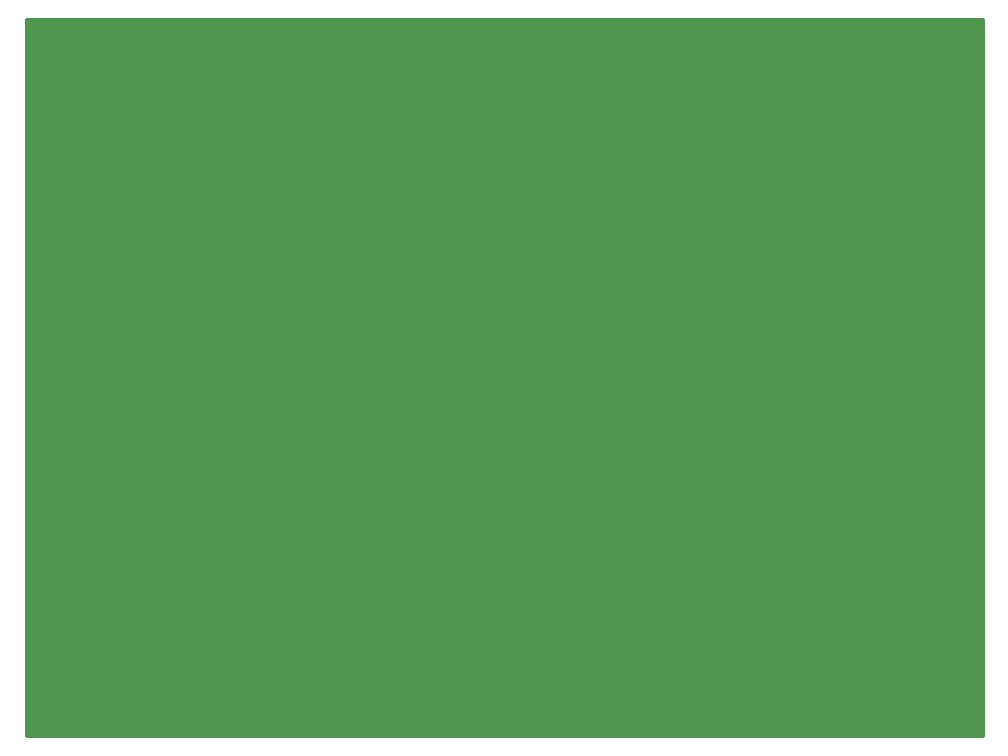
<source format=gbr>
%TF.GenerationSoftware,KiCad,Pcbnew,5.1.9*%
%TF.CreationDate,2021-02-16T23:46:53-03:00*%
%TF.ProjectId,positiva,706f7369-7469-4766-912e-6b696361645f,rev?*%
%TF.SameCoordinates,Original*%
%TF.FileFunction,Profile,NP*%
%FSLAX46Y46*%
G04 Gerber Fmt 4.6, Leading zero omitted, Abs format (unit mm)*
G04 Created by KiCad (PCBNEW 5.1.9) date 2021-02-16 23:46:53*
%MOMM*%
%LPD*%
G01*
G04 APERTURE LIST*
%ADD10C,0.254000*%
%ADD11C,0.100000*%
G04 APERTURE END LIST*
D10*
X194183000Y-163703000D02*
X113157000Y-163703000D01*
X113157000Y-102997000D01*
X194183000Y-102997000D01*
X194183000Y-163703000D01*
D11*
G36*
X194183000Y-163703000D02*
G01*
X113157000Y-163703000D01*
X113157000Y-102997000D01*
X194183000Y-102997000D01*
X194183000Y-163703000D01*
G37*
M02*

</source>
